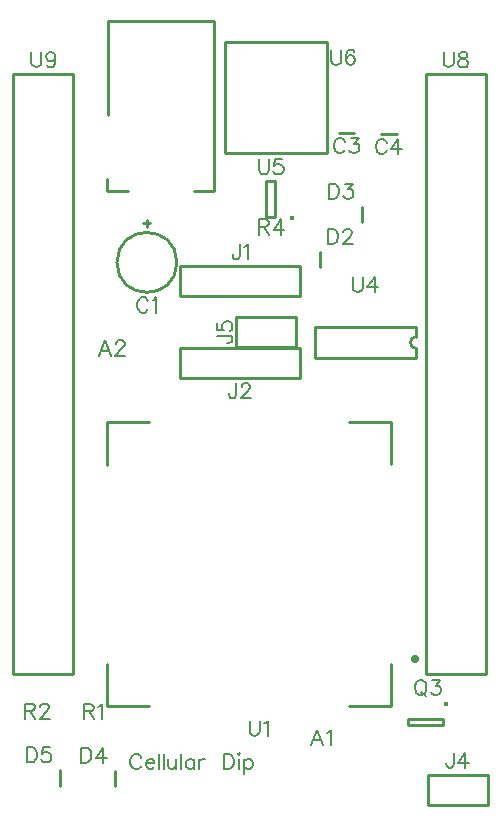
<source format=gbr>
G04 DipTrace 3.0.0.1*
G04 TopSilk.gbr*
%MOIN*%
G04 #@! TF.FileFunction,Legend,Top*
G04 #@! TF.Part,Single*
%ADD10C,0.009843*%
%ADD37C,0.015404*%
%ADD40O,0.027954X0.029027*%
%ADD48C,0.015396*%
%ADD105C,0.00772*%
%FSLAX26Y26*%
G04*
G70*
G90*
G75*
G01*
G04 TopSilk*
%LPD*%
X841723Y2337755D2*
D10*
X865363D1*
X853543Y2349574D2*
Y2325961D1*
X753543Y2207845D2*
G02X753543Y2207845I100000J0D01*
G01*
X1545272Y2639341D2*
X1494130D1*
X1685823Y2636192D2*
X1634681D1*
X1429549Y2191358D2*
Y2242500D1*
X1569664Y2392894D2*
Y2341752D1*
X746042Y513366D2*
Y462224D1*
X562577Y514547D2*
Y463406D1*
X964961Y2195276D2*
Y2095276D1*
X1364961Y2195276D2*
X964961D1*
X1364961Y2095276D2*
X964961D1*
X1364961Y2195276D2*
Y2095276D1*
X963701Y1921701D2*
Y1821701D1*
X1363701Y1921701D2*
X963701D1*
X1363701Y1821701D2*
X963701D1*
X1363701Y1921701D2*
Y1821701D1*
X1077165Y3013780D2*
X722801D1*
Y2698836D1*
X720863Y2486195D2*
X720908Y2446843D1*
X789743D1*
X1010223D2*
X1077165D1*
Y3013780D1*
X1989701Y399701D2*
Y499701D1*
X1789701Y399701D2*
X1989701D1*
X1789701D2*
Y499701D1*
X1989701D1*
X1349701Y1924701D2*
Y2024701D1*
X1149701Y1924701D2*
X1349701D1*
X1149701D2*
Y2024701D1*
X1349701D1*
D37*
X1850227Y735284D3*
X1841026Y685142D2*
D10*
X1722921D1*
Y665457D1*
X1841026D1*
Y685142D1*
X1667880Y869581D2*
Y728580D1*
X1526831D1*
D40*
X1745874Y887118D3*
X861810Y728580D2*
D10*
X721827D1*
Y869581D1*
Y868573D1*
X1667880Y1535584D2*
Y1674570D1*
X1526831D1*
X860849D2*
X721827D1*
Y1533569D1*
X1751186Y1991739D2*
X1412593D1*
X1751186Y1889363D2*
X1412593D1*
Y1991739D2*
Y1889363D1*
X1751186Y1991739D2*
Y1960246D1*
Y1920857D2*
Y1889363D1*
Y1960246D2*
G03X1751186Y1920857I-12J-19694D01*
G01*
D48*
X1336318Y2354976D3*
X1282250Y2360238D2*
D10*
Y2478346D1*
X1250757Y2360238D2*
Y2478346D1*
X1282250D2*
X1250757D1*
X1282250Y2360238D2*
X1250757D1*
X1454323Y2571165D2*
X1113378D1*
Y2942425D1*
X1454323D1*
Y2571165D1*
X1783465Y835433D2*
X1983465D1*
X1783465Y2835433D2*
X1983465D1*
Y835433D1*
X1783465Y2835433D2*
Y835433D1*
X408661D2*
X608661D1*
X408661Y2835433D2*
X608661D1*
Y835433D1*
X408661Y2835433D2*
Y835433D1*
X1439686Y598534D2*
D105*
X1420508Y648774D1*
X1401385Y598534D1*
X1408570Y615281D2*
X1432501D1*
X1455126Y639157D2*
X1459934Y641589D1*
X1467119Y648719D1*
Y598534D1*
X732480Y1897393D2*
X713301Y1947633D1*
X694178Y1897393D1*
X701363Y1914139D2*
X725295D1*
X750351Y1935639D2*
Y1938016D1*
X752728Y1942824D1*
X755104Y1945201D1*
X759913Y1947577D1*
X769474D1*
X774227Y1945201D1*
X776604Y1942824D1*
X779036Y1938016D1*
Y1933262D1*
X776604Y1928454D1*
X771851Y1921324D1*
X747919Y1897393D1*
X781412D1*
X857762Y2078983D2*
X855385Y2083736D1*
X850577Y2088545D1*
X845824Y2090921D1*
X836262D1*
X831454Y2088545D1*
X826700Y2083736D1*
X824269Y2078983D1*
X821892Y2071798D1*
Y2059804D1*
X824269Y2052675D1*
X826700Y2047866D1*
X831454Y2043113D1*
X836262Y2040681D1*
X845824D1*
X850577Y2043113D1*
X855385Y2047866D1*
X857762Y2052675D1*
X873201Y2081304D2*
X878010Y2083736D1*
X885195Y2090866D1*
Y2040681D1*
X1513169Y2610444D2*
X1510793Y2615197D1*
X1505984Y2620006D1*
X1501231Y2622383D1*
X1491670D1*
X1486861Y2620006D1*
X1482108Y2615197D1*
X1479676Y2610444D1*
X1477300Y2603259D1*
Y2591266D1*
X1479676Y2584136D1*
X1482108Y2579328D1*
X1486861Y2574574D1*
X1491670Y2572143D1*
X1501231D1*
X1505984Y2574574D1*
X1510793Y2579328D1*
X1513169Y2584136D1*
X1533417Y2622327D2*
X1559670D1*
X1545355Y2603204D1*
X1552540D1*
X1557294Y2600827D1*
X1559670Y2598451D1*
X1562102Y2591266D1*
Y2586513D1*
X1559670Y2579328D1*
X1554917Y2574519D1*
X1547732Y2572143D1*
X1540547D1*
X1533417Y2574519D1*
X1531041Y2576951D1*
X1528609Y2581704D1*
X1652532Y2607295D2*
X1650156Y2612048D1*
X1645347Y2616856D1*
X1640594Y2619233D1*
X1631032D1*
X1626224Y2616856D1*
X1621471Y2612048D1*
X1619039Y2607295D1*
X1616662Y2600110D1*
Y2588116D1*
X1619039Y2580986D1*
X1621471Y2576178D1*
X1626224Y2571425D1*
X1631032Y2568993D1*
X1640594D1*
X1645347Y2571425D1*
X1650156Y2576178D1*
X1652532Y2580986D1*
X1691903Y2568993D2*
Y2619178D1*
X1667972Y2585740D1*
X1703842D1*
X1457223Y2319680D2*
Y2269440D1*
X1473969D1*
X1481154Y2271872D1*
X1485963Y2276625D1*
X1488339Y2281433D1*
X1490716Y2288563D1*
Y2300557D1*
X1488339Y2307742D1*
X1485963Y2312495D1*
X1481154Y2317303D1*
X1473969Y2319680D1*
X1457223D1*
X1508587Y2307686D2*
Y2310063D1*
X1510964Y2314871D1*
X1513340Y2317248D1*
X1518149Y2319624D1*
X1527710D1*
X1532464Y2317248D1*
X1534840Y2314871D1*
X1537272Y2310063D1*
Y2305310D1*
X1534840Y2300501D1*
X1530087Y2293371D1*
X1506155Y2269440D1*
X1539649D1*
X1459564Y2470073D2*
Y2419833D1*
X1476311D1*
X1483496Y2422265D1*
X1488304Y2427019D1*
X1490681Y2431827D1*
X1493057Y2438957D1*
Y2450950D1*
X1490681Y2458135D1*
X1488304Y2462888D1*
X1483496Y2467697D1*
X1476311Y2470073D1*
X1459564D1*
X1513305Y2470018D2*
X1539558D1*
X1525243Y2450895D1*
X1532428D1*
X1537181Y2448518D1*
X1539558Y2446142D1*
X1541990Y2438957D1*
Y2434204D1*
X1539558Y2427019D1*
X1534805Y2422210D1*
X1527620Y2419833D1*
X1520435D1*
X1513305Y2422210D1*
X1510928Y2424642D1*
X1508497Y2429395D1*
X634754Y590546D2*
Y540306D1*
X651500D1*
X658685Y542738D1*
X663494Y547491D1*
X665870Y552299D1*
X668247Y559429D1*
Y571423D1*
X665870Y578608D1*
X663494Y583361D1*
X658685Y588169D1*
X651500Y590546D1*
X634754D1*
X707618Y540306D2*
Y590491D1*
X683686Y557053D1*
X719556D1*
X452477Y591727D2*
Y541487D1*
X469224D1*
X476409Y543919D1*
X481217Y548672D1*
X483594Y553480D1*
X485971Y560610D1*
Y572604D1*
X483594Y579789D1*
X481217Y584542D1*
X476409Y589350D1*
X469224Y591727D1*
X452477D1*
X530095Y591672D2*
X506218D1*
X503842Y570172D1*
X506218Y572548D1*
X513403Y574980D1*
X520533D1*
X527718Y572548D1*
X532527Y567795D1*
X534903Y560610D1*
Y555857D1*
X532527Y548672D1*
X527718Y543864D1*
X520533Y541487D1*
X513403D1*
X506218Y543864D1*
X503842Y546295D1*
X501410Y551049D1*
X1163210Y2268499D2*
Y2230252D1*
X1160834Y2223067D1*
X1158402Y2220691D1*
X1153648Y2218259D1*
X1148840D1*
X1144087Y2220691D1*
X1141710Y2223067D1*
X1139278Y2230252D1*
Y2235005D1*
X1178649Y2258882D2*
X1183458Y2261314D1*
X1190643Y2268443D1*
Y2218259D1*
X1151200Y1804742D2*
Y1766496D1*
X1148824Y1759311D1*
X1146392Y1756934D1*
X1141639Y1754502D1*
X1136830D1*
X1132077Y1756934D1*
X1129701Y1759311D1*
X1127269Y1766496D1*
Y1771249D1*
X1169071Y1792749D2*
Y1795125D1*
X1171448Y1799934D1*
X1173825Y1802310D1*
X1178633Y1804687D1*
X1188195D1*
X1192948Y1802310D1*
X1195324Y1799934D1*
X1197756Y1795125D1*
Y1790372D1*
X1195324Y1785564D1*
X1190571Y1778434D1*
X1166640Y1754502D1*
X1200133D1*
X1876012Y572924D2*
Y534677D1*
X1873635Y527492D1*
X1871204Y525116D1*
X1866450Y522684D1*
X1861642D1*
X1856889Y525116D1*
X1854512Y527492D1*
X1852080Y534677D1*
Y539431D1*
X1915383Y522684D2*
Y572869D1*
X1891451Y539431D1*
X1927321D1*
X1088478Y1963200D2*
X1126724D1*
X1133909Y1960824D1*
X1136286Y1958392D1*
X1138718Y1953639D1*
Y1948830D1*
X1136286Y1944077D1*
X1133909Y1941701D1*
X1126724Y1939269D1*
X1121971D1*
X1088533Y2007325D2*
Y1983448D1*
X1110033Y1981072D1*
X1107656Y1983448D1*
X1105224Y1990633D1*
Y1997763D1*
X1107656Y2004948D1*
X1112409Y2009756D1*
X1119595Y2012133D1*
X1124348D1*
X1131533Y2009756D1*
X1136341Y2004948D1*
X1138718Y1997763D1*
Y1990633D1*
X1136341Y1983448D1*
X1133909Y1981071D1*
X1129156Y1978640D1*
X1761178Y816218D2*
X1756425Y813897D1*
X1751616Y809088D1*
X1749240Y804280D1*
X1746808Y797095D1*
Y785156D1*
X1749240Y777971D1*
X1751616Y773218D1*
X1756425Y768410D1*
X1761178Y766033D1*
X1770740D1*
X1775548Y768410D1*
X1780301Y773218D1*
X1782678Y777971D1*
X1785110Y785156D1*
Y797095D1*
X1782678Y804280D1*
X1780301Y809088D1*
X1775548Y813897D1*
X1770740Y816218D1*
X1761178D1*
X1768363Y775595D2*
X1782678Y761225D1*
X1805357Y816163D2*
X1831611D1*
X1817296Y797039D1*
X1824481D1*
X1829234Y794663D1*
X1831611Y792286D1*
X1834042Y785101D1*
Y780348D1*
X1831611Y773163D1*
X1826857Y768354D1*
X1819672Y765978D1*
X1812487D1*
X1805357Y768354D1*
X1802981Y770786D1*
X1800549Y775539D1*
X643159Y711496D2*
X664659D1*
X671844Y713928D1*
X674276Y716305D1*
X676652Y721058D1*
Y725866D1*
X674276Y730619D1*
X671844Y733051D1*
X664659Y735428D1*
X643159D1*
Y685188D1*
X659906Y711496D2*
X676652Y685188D1*
X692092Y725811D2*
X696900Y728243D1*
X704085Y735373D1*
Y685188D1*
X446976Y713465D2*
X468476D1*
X475661Y715896D1*
X478093Y718273D1*
X480469Y723026D1*
Y727835D1*
X478093Y732588D1*
X475661Y735020D1*
X468476Y737396D1*
X446976D1*
Y687156D1*
X463723Y713465D2*
X480469Y687156D1*
X498340Y725403D2*
Y727779D1*
X500717Y732588D1*
X503094Y734964D1*
X507902Y737341D1*
X517464D1*
X522217Y734964D1*
X524593Y732588D1*
X527025Y727779D1*
Y723026D1*
X524593Y718218D1*
X519840Y711088D1*
X495909Y687156D1*
X529402D1*
X1226890Y2326976D2*
X1248390D1*
X1255575Y2329408D1*
X1258007Y2331785D1*
X1260383Y2336538D1*
Y2341346D1*
X1258007Y2346100D1*
X1255575Y2348532D1*
X1248390Y2350908D1*
X1226890D1*
Y2300668D1*
X1243637Y2326976D2*
X1260383Y2300668D1*
X1299754D2*
Y2350853D1*
X1275823Y2317415D1*
X1311693D1*
X1195919Y680679D2*
Y644809D1*
X1198295Y637624D1*
X1203104Y632871D1*
X1210289Y630439D1*
X1215042D1*
X1222227Y632871D1*
X1227036Y637624D1*
X1229412Y644809D1*
Y680679D1*
X1244851Y671062D2*
X1249660Y673494D1*
X1256845Y680624D1*
Y630439D1*
X1539489Y2159444D2*
Y2123574D1*
X1541865Y2116389D1*
X1546674Y2111635D1*
X1553859Y2109204D1*
X1558612D1*
X1565797Y2111635D1*
X1570605Y2116389D1*
X1572982Y2123574D1*
Y2159444D1*
X1612353Y2109204D2*
Y2159388D1*
X1588421Y2125950D1*
X1624291D1*
X1226661Y2551570D2*
Y2515700D1*
X1229038Y2508515D1*
X1233846Y2503761D1*
X1241031Y2501330D1*
X1245784D1*
X1252969Y2503761D1*
X1257778Y2508515D1*
X1260154Y2515700D1*
Y2551570D1*
X1304279Y2551514D2*
X1280402D1*
X1278025Y2530014D1*
X1280402Y2532391D1*
X1287587Y2534823D1*
X1294717D1*
X1301902Y2532391D1*
X1306710Y2527638D1*
X1309087Y2520453D1*
Y2515700D1*
X1306710Y2508515D1*
X1301902Y2503706D1*
X1294717Y2501330D1*
X1287587D1*
X1280402Y2503706D1*
X1278025Y2506138D1*
X1275594Y2510891D1*
X1467853Y2917207D2*
Y2881337D1*
X1470230Y2874152D1*
X1475038Y2869399D1*
X1482223Y2866967D1*
X1486977D1*
X1494162Y2869399D1*
X1498970Y2874152D1*
X1501347Y2881337D1*
Y2917207D1*
X1545471Y2910022D2*
X1543094Y2914775D1*
X1535909Y2917151D1*
X1531156D1*
X1523971Y2914775D1*
X1519163Y2907590D1*
X1516786Y2895652D1*
Y2883713D1*
X1519163Y2874152D1*
X1523971Y2869343D1*
X1531156Y2866967D1*
X1533533D1*
X1540662Y2869343D1*
X1545471Y2874152D1*
X1547847Y2881337D1*
Y2883713D1*
X1545471Y2890898D1*
X1540662Y2895652D1*
X1533533Y2898028D1*
X1531156D1*
X1523971Y2895652D1*
X1519163Y2890898D1*
X1516786Y2883713D1*
X1842279Y2908656D2*
Y2872786D1*
X1844656Y2865601D1*
X1849464Y2860848D1*
X1856649Y2858416D1*
X1861402D1*
X1868588Y2860848D1*
X1873396Y2865601D1*
X1875773Y2872786D1*
Y2908656D1*
X1903150Y2908601D2*
X1896020Y2906224D1*
X1893588Y2901471D1*
Y2896663D1*
X1896020Y2891909D1*
X1900773Y2889478D1*
X1910335Y2887101D1*
X1917520Y2884724D1*
X1922273Y2879916D1*
X1924650Y2875163D1*
Y2867978D1*
X1922273Y2863225D1*
X1919897Y2860793D1*
X1912712Y2858416D1*
X1903150D1*
X1896020Y2860793D1*
X1893588Y2863225D1*
X1891212Y2867978D1*
Y2875163D1*
X1893588Y2879916D1*
X1898397Y2884724D1*
X1905527Y2887101D1*
X1915088Y2889478D1*
X1919897Y2891909D1*
X1922273Y2896663D1*
Y2901471D1*
X1919897Y2906224D1*
X1912712Y2908601D1*
X1903150D1*
X468637Y2908656D2*
Y2872786D1*
X471013Y2865601D1*
X475822Y2860848D1*
X483007Y2858416D1*
X487760D1*
X494945Y2860848D1*
X499753Y2865601D1*
X502130Y2872786D1*
Y2908656D1*
X548686Y2891909D2*
X546254Y2884724D1*
X541501Y2879916D1*
X534316Y2877539D1*
X531939D1*
X524754Y2879916D1*
X520001Y2884724D1*
X517569Y2891909D1*
Y2894286D1*
X520001Y2901471D1*
X524754Y2906224D1*
X531939Y2908601D1*
X534316D1*
X541501Y2906224D1*
X546254Y2901471D1*
X548686Y2891909D1*
Y2879916D1*
X546254Y2867978D1*
X541501Y2860793D1*
X534316Y2858416D1*
X529563D1*
X522378Y2860793D1*
X520001Y2865601D1*
X834711Y556804D2*
X832335Y561557D1*
X827526Y566366D1*
X822773Y568742D1*
X813212D1*
X808403Y566366D1*
X803650Y561557D1*
X801218Y556804D1*
X798841Y549619D1*
Y537625D1*
X801218Y530496D1*
X803650Y525687D1*
X808403Y520934D1*
X813212Y518502D1*
X822773D1*
X827526Y520934D1*
X832335Y525687D1*
X834711Y530496D1*
X850151Y537625D2*
X878836D1*
Y542434D1*
X876459Y547242D1*
X874082Y549619D1*
X869274Y551995D1*
X862089D1*
X857336Y549619D1*
X852527Y544810D1*
X850151Y537625D1*
Y532872D1*
X852527Y525687D1*
X857336Y520934D1*
X862089Y518502D1*
X869274D1*
X874082Y520934D1*
X878836Y525687D1*
X894275Y568742D2*
Y518502D1*
X909714Y568742D2*
Y518502D1*
X925153Y551995D2*
Y528064D1*
X927530Y520934D1*
X932338Y518502D1*
X939523D1*
X944276Y520934D1*
X951462Y528064D1*
Y551995D2*
Y518502D1*
X966901Y568742D2*
Y518502D1*
X1011025Y551995D2*
Y518502D1*
Y544810D2*
X1006272Y549619D1*
X1001463Y551995D1*
X994334D1*
X989525Y549619D1*
X984772Y544810D1*
X982340Y537625D1*
Y532872D1*
X984772Y525687D1*
X989525Y520934D1*
X994334Y518502D1*
X1001463D1*
X1006272Y520934D1*
X1011025Y525687D1*
X1026464Y551995D2*
Y518502D1*
Y537625D2*
X1028896Y544810D1*
X1033649Y549619D1*
X1038458Y551995D1*
X1045643D1*
X1109683Y568742D2*
Y518502D1*
X1126430D1*
X1133615Y520934D1*
X1138423Y525687D1*
X1140800Y530496D1*
X1143176Y537625D1*
Y549619D1*
X1140800Y556804D1*
X1138423Y561557D1*
X1133615Y566366D1*
X1126430Y568742D1*
X1109683D1*
X1158615D2*
X1160992Y566366D1*
X1163424Y568742D1*
X1160992Y571174D1*
X1158615Y568742D1*
X1160992Y551995D2*
Y518502D1*
X1178863Y551995D2*
Y501755D1*
Y544810D2*
X1183672Y549564D1*
X1188425Y551995D1*
X1195610D1*
X1200418Y549564D1*
X1205171Y544810D1*
X1207603Y537625D1*
Y532817D1*
X1205171Y525687D1*
X1200418Y520879D1*
X1195610Y518502D1*
X1188425D1*
X1183672Y520879D1*
X1178863Y525687D1*
M02*

</source>
